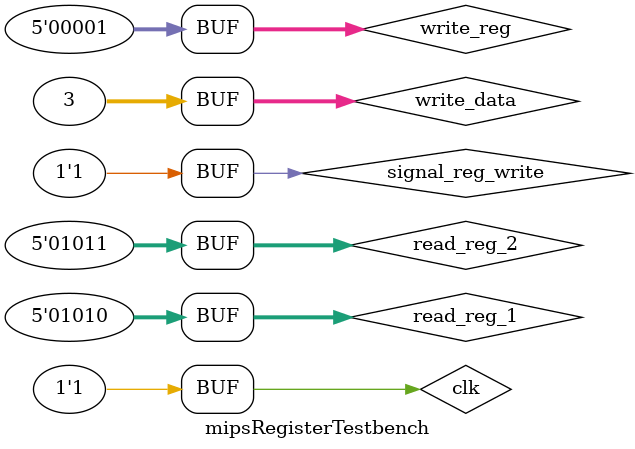
<source format=v>
module mipsRegisterTestbench();

wire [31:0] read_data_1, read_data_2;
reg [31:0] write_data;
reg [4:0] read_reg_1, read_reg_2, write_reg;
reg signal_reg_write, clk;

mips_registers test(read_data_1,read_data_2,write_data,read_reg_1,read_reg_2,write_reg,signal_reg_write,clk);

initial begin

write_data = 32'b00000000000000000000000000000011;
read_reg_1 = 5'b01010;
read_reg_2 = 5'b01011;
write_reg = 5'b00001;
signal_reg_write = 1'b1;
clk = 1'b1;
end

initial begin
	$monitor("time = %2d,data = %32b,rs=%5b,rt=%5b,rd=%5b,sig=%1b,clk=%1b,rd1=%32b,rd2=%32b",$time,write_data,read_reg_1,read_reg_2,write_reg,signal_reg_write,clk,read_data_1,read_data_2);
end

endmodule

</source>
